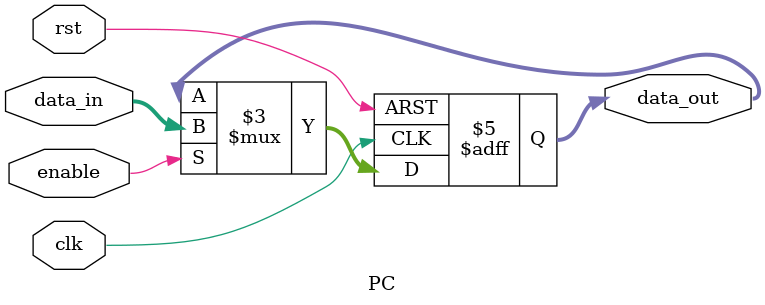
<source format=v>
module file_reg(
    input clk,
    input rst,
    input [4:0] A1, A2, A3,
    input [31:0] WD,
    input We,
    output [31:0] RD1, RD2
);

    reg [31:0] Reg_file [31:0];
    integer i;

    always @(posedge clk or posedge rst) begin
        if (rst) begin
            for (i = 0; i < 32; i = i + 1) begin
                Reg_file[i] <= 32'b0;
            end
        end else if (We) begin
            if (A3 != 5'b00000) begin
                Reg_file[A3] <= WD;
            end
        end
    end

    assign RD1 = Reg_file[A1];
    assign RD2 = Reg_file[A2];
endmodule

module register (
    input clk,
    input rst,
    input [31:0] data_in,
    input enable,
    output reg [31:0] data_out
);

    always @(posedge clk or posedge rst) begin
        if (rst)
            data_out <= 32'b0;
        else if(enable)
            data_out <= data_in;
    end

endmodule

module PC (
    input clk,
    input rst,
    input [31:0] data_in,
    input enable,
    output reg [31:0] data_out
);

    always @(posedge clk or posedge rst) begin
        if (rst)
            data_out <= 32'b0;
        else if(enable)
            data_out <= data_in;
    end

endmodule
</source>
